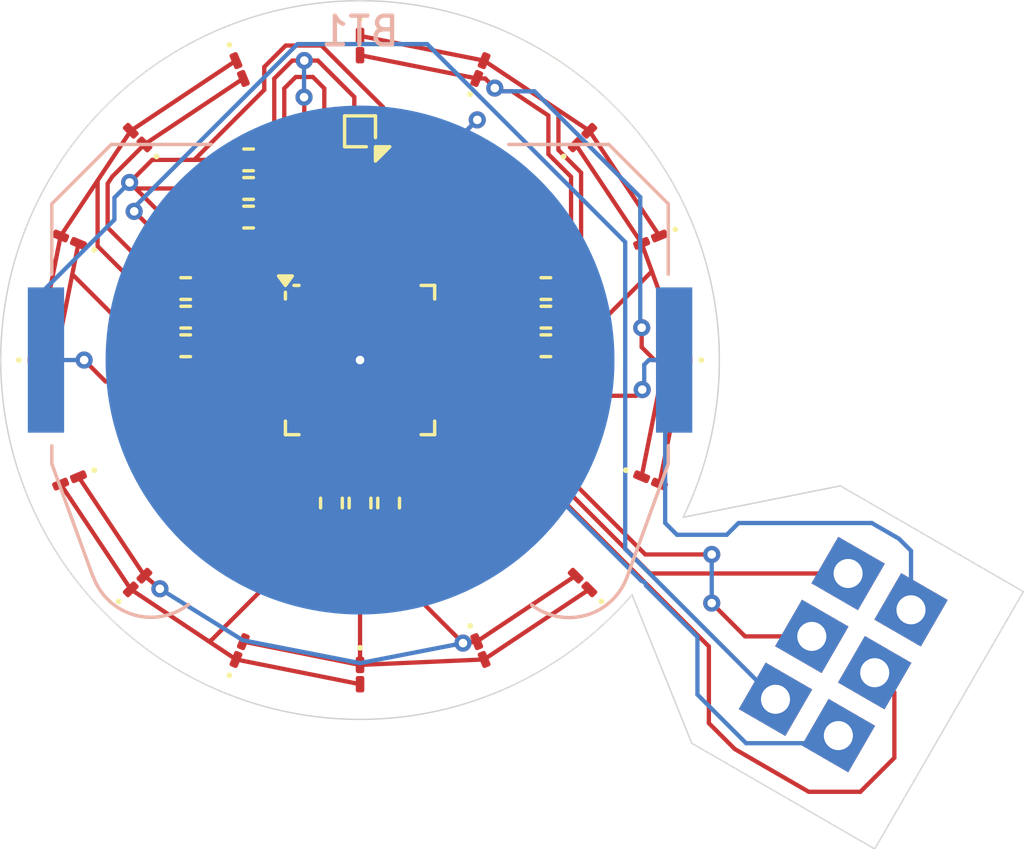
<source format=kicad_pcb>
(kicad_pcb (version 20241229) (generator "pcbnew") (generator_version "9.0")
  (layers (0 "F.Cu" signal) (2 "B.Cu" signal) (13 "F.Paste" user) (15 "B.Paste" user) (5 "F.SilkS" user "F.Silkscreen") (7 "B.SilkS" user "B.Silkscreen") (1 "F.Mask" user) (3 "B.Mask" user) (25 "Edge.Cuts" user))
  (net 0 "")
  (net 1 "GND")
  (net 2 "+3V0")
  (net 3 "Net-(D1-K)")
  (net 4 "Net-(D1-A)")
  (net 5 "Net-(D2-K)")
  (net 6 "Net-(D11-A)")
  (net 7 "Net-(D10-K)")
  (net 8 "Net-(D10-A)")
  (net 9 "Net-(D13-A)")
  (net 10 "Net-(D13-K)")
  (net 11 "Net-(D14-K)")
  (net 12 "/Reset")
  (net 13 "/Mosi")
  (net 14 "/Sck")
  (net 15 "/Miso")
  (net 16 "Net-(U2-SCL)")
  (net 17 "Net-(U2-SDA)")
  (net 18 "/CP3")
  (net 19 "/CP2")
  (net 20 "/CP1")
  (net 21 "/CP6")
  (net 22 "/CP5")
  (net 23 "/CP4")
  (net 24 "/CP9")
  (net 25 "/CP8")
  (net 26 "/CP7")
  (footprint "Package_DFN_QFN:QFN-32-1EP_5x5mm_P0.5mm_EP3.1x3.1mm" (layer "F.Cu") (at 100 100)
    (property "Reference" "U3" (hide yes))
    (property "Value" "ATmega328P-M")
    (fp_line (start -2.61 -2.135) (end -2.61 -2.37) (stroke (width 0.12)) (layer "F.SilkS"))
    (fp_line (start -2.61 2.61) (end -2.61 2.135) (stroke (width 0.12)) (layer "F.SilkS"))
    (fp_line (start -2.135 -2.61) (end -2.31 -2.61) (stroke (width 0.12)) (layer "F.SilkS"))
    (fp_line (start -2.135 2.61) (end -2.61 2.61) (stroke (width 0.12)) (layer "F.SilkS"))
    (fp_line (start 2.135 -2.61) (end 2.61 -2.61) (stroke (width 0.12)) (layer "F.SilkS"))
    (fp_line (start 2.135 2.61) (end 2.61 2.61) (stroke (width 0.12)) (layer "F.SilkS"))
    (fp_line (start 2.61 -2.61) (end 2.61 -2.135) (stroke (width 0.12)) (layer "F.SilkS"))
    (fp_line (start 2.61 2.61) (end 2.61 2.135) (stroke (width 0.12)) (layer "F.SilkS"))
    (fp_poly (pts (xy -2.61 -2.61) (xy -2.85 -2.94) (xy -2.37 -2.94)) (stroke (width 0.12)) (fill yes) (layer "F.SilkS"))
    (pad "1" smd roundrect (at -2.4375 -1.75) (size 0.875 0.25) (layers "F.Cu" "F.Mask" "F.Paste"))
    (pad "2" smd roundrect (at -2.4375 -1.25) (size 0.875 0.25) (layers "F.Cu" "F.Mask" "F.Paste"))
    (pad "3" smd roundrect (at -2.4375 -0.75) (size 0.875 0.25) (layers "F.Cu" "F.Mask" "F.Paste") (net 1 "GND"))
    (pad "4" smd roundrect (at -2.4375 -0.25) (size 0.875 0.25) (layers "F.Cu" "F.Mask" "F.Paste") (net 2 "+3V0"))
    (pad "5" smd roundrect (at -2.4375 0.25) (size 0.875 0.25) (layers "F.Cu" "F.Mask" "F.Paste") (net 1 "GND"))
    (pad "6" smd roundrect (at -2.4375 0.75) (size 0.875 0.25) (layers "F.Cu" "F.Mask" "F.Paste") (net 2 "+3V0"))
    (pad "7" smd roundrect (at -2.4375 1.25) (size 0.875 0.25) (layers "F.Cu" "F.Mask" "F.Paste"))
    (pad "8" smd roundrect (at -2.4375 1.75) (size 0.875 0.25) (layers "F.Cu" "F.Mask" "F.Paste"))
    (pad "9" smd roundrect (at -1.75 2.4375) (size 0.25 0.875) (layers "F.Cu" "F.Mask" "F.Paste") (net 20 "/CP1"))
    (pad "10" smd roundrect (at -1.25 2.4375) (size 0.25 0.875) (layers "F.Cu" "F.Mask" "F.Paste") (net 19 "/CP2"))
    (pad "11" smd roundrect (at -0.75 2.4375) (size 0.25 0.875) (layers "F.Cu" "F.Mask" "F.Paste") (net 18 "/CP3"))
    (pad "12" smd roundrect (at -0.25 2.4375) (size 0.25 0.875) (layers "F.Cu" "F.Mask" "F.Paste"))
    (pad "13" smd roundrect (at 0.25 2.4375) (size 0.25 0.875) (layers "F.Cu" "F.Mask" "F.Paste"))
    (pad "14" smd roundrect (at 0.75 2.4375) (size 0.25 0.875) (layers "F.Cu" "F.Mask" "F.Paste"))
    (pad "15" smd roundrect (at 1.25 2.4375) (size 0.25 0.875) (layers "F.Cu" "F.Mask" "F.Paste") (net 13 "/Mosi"))
    (pad "16" smd roundrect (at 1.75 2.4375) (size 0.25 0.875) (layers "F.Cu" "F.Mask" "F.Paste") (net 15 "/Miso"))
    (pad "17" smd roundrect (at 2.4375 1.75) (size 0.875 0.25) (layers "F.Cu" "F.Mask" "F.Paste") (net 14 "/Sck"))
    (pad "18" smd roundrect (at 2.4375 1.25) (size 0.875 0.25) (layers "F.Cu" "F.Mask" "F.Paste") (net 2 "+3V0"))
    (pad "19" smd roundrect (at 2.4375 0.75) (size 0.875 0.25) (layers "F.Cu" "F.Mask" "F.Paste"))
    (pad "20" smd roundrect (at 2.4375 0.25) (size 0.875 0.25) (layers "F.Cu" "F.Mask" "F.Paste"))
    (pad "21" smd roundrect (at 2.4375 -0.25) (size 0.875 0.25) (layers "F.Cu" "F.Mask" "F.Paste") (net 1 "GND"))
    (pad "22" smd roundrect (at 2.4375 -0.75) (size 0.875 0.25) (layers "F.Cu" "F.Mask" "F.Paste"))
    (pad "23" smd roundrect (at 2.4375 -1.25) (size 0.875 0.25) (layers "F.Cu" "F.Mask" "F.Paste") (net 23 "/CP4"))
    (pad "24" smd roundrect (at 2.4375 -1.75) (size 0.875 0.25) (layers "F.Cu" "F.Mask" "F.Paste") (net 22 "/CP5"))
    (pad "25" smd roundrect (at 1.75 -2.4375) (size 0.25 0.875) (layers "F.Cu" "F.Mask" "F.Paste") (net 21 "/CP6"))
    (pad "26" smd roundrect (at 1.25 -2.4375) (size 0.25 0.875) (layers "F.Cu" "F.Mask" "F.Paste"))
    (pad "27" smd roundrect (at 0.75 -2.4375) (size 0.25 0.875) (layers "F.Cu" "F.Mask" "F.Paste") (net 17 "Net-(U2-SDA)"))
    (pad "28" smd roundrect (at 0.25 -2.4375) (size 0.25 0.875) (layers "F.Cu" "F.Mask" "F.Paste") (net 16 "Net-(U2-SCL)"))
    (pad "29" smd roundrect (at -0.25 -2.4375) (size 0.25 0.875) (layers "F.Cu" "F.Mask" "F.Paste") (net 12 "/Reset"))
    (pad "30" smd roundrect (at -0.75 -2.4375) (size 0.25 0.875) (layers "F.Cu" "F.Mask" "F.Paste") (net 26 "/CP7"))
    (pad "31" smd roundrect (at -1.25 -2.4375) (size 0.25 0.875) (layers "F.Cu" "F.Mask" "F.Paste") (net 25 "/CP8"))
    (pad "32" smd roundrect (at -1.75 -2.4375) (size 0.25 0.875) (layers "F.Cu" "F.Mask" "F.Paste") (net 24 "/CP9"))
    (pad "33" smd rect (at 0 0) (size 3.1 3.1) (property pad_prop_heatsink) (layers "F.Cu" "F.Mask") (net 1 "GND"))
  )
  (footprint "LED_SMD:LED_01005_0402Metric_Pad0.57x0.30mm_HandSolder" (layer "F.Cu") (at 89.84 95.79 157.5)
    (property "Reference" "D15" (hide yes))
    (property "Value" "LED")
    (fp_circle (center -0.935 0) (end -0.885 0) (stroke (width 0.1)) (fill no) (layer "F.SilkS"))
    (pad "1" smd roundrect (at -0.3375 0 157.5) (size 0.575 0.3) (layers "F.Cu" "F.Mask") (net 9 "Net-(D13-A)"))
    (pad "2" smd roundrect (at 0.3375 0 157.5) (size 0.575 0.3) (layers "F.Cu" "F.Mask") (net 10 "Net-(D13-K)"))
  )
  (footprint "LED_SMD:LED_01005_0402Metric_Pad0.57x0.30mm_HandSolder" (layer "F.Cu") (at 104.21 110.16 -67.5)
    (property "Reference" "D3" (hide yes))
    (property "Value" "LED")
    (fp_circle (center -0.935 0) (end -0.885 0) (stroke (width 0.1)) (fill no) (layer "F.SilkS"))
    (pad "1" smd roundrect (at -0.3375 0 292.5) (size 0.575 0.3) (layers "F.Cu" "F.Mask") (net 4 "Net-(D1-A)"))
    (pad "2" smd roundrect (at 0.3375 0 292.5) (size 0.575 0.3) (layers "F.Cu" "F.Mask") (net 3 "Net-(D1-K)"))
  )
  (footprint "LED_SMD:LED_01005_0402Metric_Pad0.57x0.30mm_HandSolder" (layer "F.Cu") (at 110.16 104.21 -22.5)
    (property "Reference" "D12" (hide yes))
    (property "Value" "LED")
    (fp_circle (center -0.935 0) (end -0.885 0) (stroke (width 0.1)) (fill no) (layer "F.SilkS"))
    (pad "1" smd roundrect (at -0.3375 0 337.5) (size 0.575 0.3) (layers "F.Cu" "F.Mask") (net 6 "Net-(D11-A)"))
    (pad "2" smd roundrect (at 0.3375 0 337.5) (size 0.575 0.3) (layers "F.Cu" "F.Mask") (net 8 "Net-(D10-A)"))
  )
  (footprint "Resistor_SMD:R_0402_1005Metric_Pad0.72x0.64mm_HandSolder" (layer "F.Cu") (at 106.5 97.5 180)
    (property "Reference" "R7" (hide yes))
    (property "Value" "120Ω")
    (fp_line (start -0.167621 0.38) (end 0.167621 0.38) (stroke (width 0.12)) (layer "F.SilkS"))
    (fp_line (start -0.167621 -0.38) (end 0.167621 -0.38) (stroke (width 0.12)) (layer "F.SilkS"))
    (pad "1" smd roundrect (at -0.5975 0 180) (size 0.715 0.64) (layers "F.Cu" "F.Mask" "F.Paste") (net 6 "Net-(D11-A)"))
    (pad "2" smd roundrect (at 0.5975 0 180) (size 0.715 0.64) (layers "F.Cu" "F.Mask" "F.Paste") (net 21 "/CP6"))
  )
  (footprint "LED_SMD:LED_01005_0402Metric_Pad0.57x0.30mm_HandSolder" (layer "F.Cu") (at 89.84 104.21 -157.5)
    (property "Reference" "D6" (hide yes))
    (property "Value" "LED")
    (fp_circle (center -0.935 0) (end -0.885 0) (stroke (width 0.1)) (fill no) (layer "F.SilkS"))
    (pad "1" smd roundrect (at -0.3375 0 202.5) (size 0.575 0.3) (layers "F.Cu" "F.Mask") (net 4 "Net-(D1-A)"))
    (pad "2" smd roundrect (at 0.3375 0 202.5) (size 0.575 0.3) (layers "F.Cu" "F.Mask") (net 5 "Net-(D2-K)"))
  )
  (footprint "LED_SMD:LED_01005_0402Metric_Pad0.57x0.30mm_HandSolder" (layer "F.Cu") (at 111 100 180)
    (property "Reference" "D11" (hide yes))
    (property "Value" "LED")
    (fp_circle (center -0.935 0) (end -0.885 0) (stroke (width 0.1)) (fill no) (layer "F.SilkS"))
    (pad "1" smd roundrect (at -0.3375 0 180) (size 0.575 0.3) (layers "F.Cu" "F.Mask") (net 8 "Net-(D10-A)"))
    (pad "2" smd roundrect (at 0.3375 0 180) (size 0.575 0.3) (layers "F.Cu" "F.Mask") (net 6 "Net-(D11-A)"))
  )
  (footprint "LED_SMD:LED_01005_0402Metric_Pad0.57x0.30mm_HandSolder" (layer "F.Cu") (at 100 89 -90)
    (property "Reference" "D7" (hide yes))
    (property "Value" "LED")
    (fp_circle (center -0.935 0) (end -0.885 0) (stroke (width 0.1)) (fill no) (layer "F.SilkS"))
    (pad "1" smd roundrect (at -0.3375 0 270) (size 0.575 0.3) (layers "F.Cu" "F.Mask") (net 7 "Net-(D10-K)"))
    (pad "2" smd roundrect (at 0.3375 0 270) (size 0.575 0.3) (layers "F.Cu" "F.Mask") (net 6 "Net-(D11-A)"))
  )
  (footprint "LED_SMD:LED_01005_0402Metric_Pad0.57x0.30mm_HandSolder" (layer "F.Cu") (at 89 100)
    (property "Reference" "D13" (hide yes))
    (property "Value" "LED")
    (fp_circle (center -0.935 0) (end -0.885 0) (stroke (width 0.1)) (fill no) (layer "F.SilkS"))
    (pad "1" smd roundrect (at -0.3375 0) (size 0.575 0.3) (layers "F.Cu" "F.Mask") (net 10 "Net-(D13-K)"))
    (pad "2" smd roundrect (at 0.3375 0) (size 0.575 0.3) (layers "F.Cu" "F.Mask") (net 9 "Net-(D13-A)"))
  )
  (footprint "LED_SMD:LED_01005_0402Metric_Pad0.57x0.30mm_HandSolder" (layer "F.Cu") (at 107.78 92.22 45)
    (property "Reference" "D8" (hide yes))
    (property "Value" "LED")
    (fp_circle (center -0.935 0) (end -0.885001 0) (stroke (width 0.1)) (fill no) (layer "F.SilkS"))
    (pad "1" smd roundrect (at -0.337501 0 45) (size 0.575 0.3) (layers "F.Cu" "F.Mask") (net 8 "Net-(D10-A)"))
    (pad "2" smd roundrect (at 0.337501 0 45) (size 0.575 0.3) (layers "F.Cu" "F.Mask") (net 7 "Net-(D10-K)"))
  )
  (footprint "Resistor_SMD:R_0402_1005Metric_Pad0.72x0.64mm_HandSolder" (layer "F.Cu") (at 96.1025 94 180)
    (property "Reference" "R1" (hide yes))
    (property "Value" "10KΩ")
    (fp_line (start -0.167621 0.38) (end 0.167621 0.38) (stroke (width 0.12)) (layer "F.SilkS"))
    (fp_line (start -0.167621 -0.38) (end 0.167621 -0.38) (stroke (width 0.12)) (layer "F.SilkS"))
    (pad "1" smd roundrect (at -0.5975 0 180) (size 0.715 0.64) (layers "F.Cu" "F.Mask" "F.Paste") (net 16 "Net-(U2-SCL)"))
    (pad "2" smd roundrect (at 0.5975 0 180) (size 0.715 0.64) (layers "F.Cu" "F.Mask" "F.Paste") (net 2 "+3V0"))
  )
  (footprint "Resistor_SMD:R_0402_1005Metric_Pad0.72x0.64mm_HandSolder" (layer "F.Cu") (at 100 105 90)
    (property "Reference" "R5" (hide yes))
    (property "Value" "120Ω")
    (fp_line (start -0.167621 -0.38) (end 0.167621 -0.38) (stroke (width 0.12)) (layer "F.SilkS"))
    (fp_line (start -0.167621 0.38) (end 0.167621 0.38) (stroke (width 0.12)) (layer "F.SilkS"))
    (pad "1" smd roundrect (at -0.5975 0 90) (size 0.715 0.64) (layers "F.Cu" "F.Mask" "F.Paste") (net 3 "Net-(D1-K)"))
    (pad "2" smd roundrect (at 0.5975 0 90) (size 0.715 0.64) (layers "F.Cu" "F.Mask" "F.Paste") (net 19 "/CP2"))
  )
  (footprint "Resistor_SMD:R_0402_1005Metric_Pad0.72x0.64mm_HandSolder" (layer "F.Cu") (at 93.9025 99.5)
    (property "Reference" "R10" (hide yes))
    (property "Value" "120Ω")
    (fp_line (start -0.167621 -0.38) (end 0.167621 -0.38) (stroke (width 0.12)) (layer "F.SilkS"))
    (fp_line (start -0.167621 0.38) (end 0.167621 0.38) (stroke (width 0.12)) (layer "F.SilkS"))
    (pad "1" smd roundrect (at -0.5975 0) (size 0.715 0.64) (layers "F.Cu" "F.Mask" "F.Paste") (net 9 "Net-(D13-A)"))
    (pad "2" smd roundrect (at 0.5975 0) (size 0.715 0.64) (layers "F.Cu" "F.Mask" "F.Paste") (net 24 "/CP9"))
  )
  (footprint "LED_SMD:LED_01005_0402Metric_Pad0.57x0.30mm_HandSolder" (layer "F.Cu") (at 92.22 107.78 45)
    (property "Reference" "D5" (hide yes))
    (property "Value" "LED")
    (fp_circle (center -0.935 0) (end -0.885001 0) (stroke (width 0.1)) (fill no) (layer "F.SilkS"))
    (pad "1" smd roundrect (at -0.337501 0 45) (size 0.575 0.3) (layers "F.Cu" "F.Mask") (net 5 "Net-(D2-K)"))
    (pad "2" smd roundrect (at 0.337501 0 45) (size 0.575 0.3) (layers "F.Cu" "F.Mask") (net 4 "Net-(D1-A)"))
  )
  (footprint "Package_BGA:WLP-4_0.86x0.86mm_P0.4mm" (layer "F.Cu") (at 100 92 180)
    (property "Reference" "U2" (hide yes))
    (property "Value" "MMC5633NJL" (hide yes))
    (fp_line (start 0.54 0.54) (end 0.54 -0.54) (stroke (width 0.12)) (layer "F.SilkS"))
    (fp_line (start -0.22 -0.54) (end 0.54 -0.54) (stroke (width 0.12)) (layer "F.SilkS"))
    (fp_line (start -0.54 0.54) (end 0.54 0.54) (stroke (width 0.12)) (layer "F.SilkS"))
    (fp_line (start -0.54 -0.22) (end -0.54 0.54) (stroke (width 0.12)) (layer "F.SilkS"))
    (fp_poly (pts (xy -0.54 -0.54) (xy -1.04 -0.54) (xy -0.54 -1.04) (xy -0.54 -0.54)) (stroke (width 0.12)) (fill yes) (layer "F.SilkS"))
    (pad "A1" smd circle (at -0.2 -0.2 180) (size 0.25 0.25) (property pad_prop_bga) (layers "F.Cu" "F.Mask" "F.Paste") (net 1 "GND"))
    (pad "A2" smd circle (at 0.2 -0.2 180) (size 0.25 0.25) (property pad_prop_bga) (layers "F.Cu" "F.Mask" "F.Paste") (net 16 "Net-(U2-SCL)"))
    (pad "B1" smd circle (at -0.2 0.2 180) (size 0.25 0.25) (property pad_prop_bga) (layers "F.Cu" "F.Mask" "F.Paste") (net 2 "+3V0"))
    (pad "B2" smd circle (at 0.2 0.2 180) (size 0.25 0.25) (property pad_prop_bga) (layers "F.Cu" "F.Mask" "F.Paste") (net 17 "Net-(U2-SDA)"))
  )
  (footprint "LED_SMD:LED_01005_0402Metric_Pad0.57x0.30mm_HandSolder" (layer "F.Cu") (at 107.78 107.78 135)
    (property "Reference" "D1" (hide yes))
    (property "Value" "LED")
    (fp_circle (center -0.935 0) (end -0.885001 0) (stroke (width 0.1)) (fill no) (layer "F.SilkS"))
    (pad "1" smd roundrect (at -0.337501 0 135) (size 0.575 0.3) (layers "F.Cu" "F.Mask") (net 3 "Net-(D1-K)"))
    (pad "2" smd roundrect (at 0.337501 0 135) (size 0.575 0.3) (layers "F.Cu" "F.Mask") (net 4 "Net-(D1-A)"))
  )
  (footprint "Resistor_SMD:R_0402_1005Metric_Pad0.72x0.64mm_HandSolder" (layer "F.Cu") (at 106.5 98.5 180)
    (property "Reference" "R8" (hide yes))
    (property "Value" "120Ω")
    (fp_line (start -0.167621 0.38) (end 0.167621 0.38) (stroke (width 0.12)) (layer "F.SilkS"))
    (fp_line (start -0.167621 -0.38) (end 0.167621 -0.38) (stroke (width 0.12)) (layer "F.SilkS"))
    (pad "1" smd roundrect (at -0.5975 0 180) (size 0.715 0.64) (layers "F.Cu" "F.Mask" "F.Paste") (net 7 "Net-(D10-K)"))
    (pad "2" smd roundrect (at 0.5975 0 180) (size 0.715 0.64) (layers "F.Cu" "F.Mask" "F.Paste") (net 22 "/CP5"))
  )
  (footprint "Resistor_SMD:R_0402_1005Metric_Pad0.72x0.64mm_HandSolder" (layer "F.Cu") (at 93.9025 98.5)
    (property "Reference" "R11" (hide yes))
    (property "Value" "120Ω")
    (fp_line (start -0.167621 -0.38) (end 0.167621 -0.38) (stroke (width 0.12)) (layer "F.SilkS"))
    (fp_line (start -0.167621 0.38) (end 0.167621 0.38) (stroke (width 0.12)) (layer "F.SilkS"))
    (pad "1" smd roundrect (at -0.5975 0) (size 0.715 0.64) (layers "F.Cu" "F.Mask" "F.Paste") (net 10 "Net-(D13-K)"))
    (pad "2" smd roundrect (at 0.5975 0) (size 0.715 0.64) (layers "F.Cu" "F.Mask" "F.Paste") (net 25 "/CP8"))
  )
  (footprint "LED_SMD:LED_01005_0402Metric_Pad0.57x0.30mm_HandSolder" (layer "F.Cu") (at 100 111 -90)
    (property "Reference" "D4" (hide yes))
    (property "Value" "LED")
    (fp_circle (center -0.935 0) (end -0.885 0) (stroke (width 0.1)) (fill no) (layer "F.SilkS"))
    (pad "1" smd roundrect (at -0.3375 0 270) (size 0.575 0.3) (layers "F.Cu" "F.Mask") (net 3 "Net-(D1-K)"))
    (pad "2" smd roundrect (at 0.3375 0 270) (size 0.575 0.3) (layers "F.Cu" "F.Mask") (net 5 "Net-(D2-K)"))
  )
  (footprint "LED_SMD:LED_01005_0402Metric_Pad0.57x0.30mm_HandSolder" (layer "F.Cu") (at 92.22 92.22 135)
    (property "Reference" "D14" (hide yes))
    (property "Value" "LED")
    (fp_circle (center -0.935 0) (end -0.885001 0) (stroke (width 0.1)) (fill no) (layer "F.SilkS"))
    (pad "1" smd roundrect (at -0.337501 0 135) (size 0.575 0.3) (layers "F.Cu" "F.Mask") (net 11 "Net-(D14-K)"))
    (pad "2" smd roundrect (at 0.337501 0 135) (size 0.575 0.3) (layers "F.Cu" "F.Mask") (net 10 "Net-(D13-K)"))
  )
  (footprint "Resistor_SMD:R_0402_1005Metric_Pad0.72x0.64mm_HandSolder" (layer "F.Cu") (at 93.9025 97.5)
    (property "Reference" "R12" (hide yes))
    (property "Value" "120Ω")
    (fp_line (start -0.167621 -0.38) (end 0.167621 -0.38) (stroke (width 0.12)) (layer "F.SilkS"))
    (fp_line (start -0.167621 0.38) (end 0.167621 0.38) (stroke (width 0.12)) (layer "F.SilkS"))
    (pad "1" smd roundrect (at -0.5975 0) (size 0.715 0.64) (layers "F.Cu" "F.Mask" "F.Paste") (net 11 "Net-(D14-K)"))
    (pad "2" smd roundrect (at 0.5975 0) (size 0.715 0.64) (layers "F.Cu" "F.Mask" "F.Paste") (net 26 "/CP7"))
  )
  (footprint "Resistor_SMD:R_0402_1005Metric_Pad0.72x0.64mm_HandSolder" (layer "F.Cu") (at 99 105 90)
    (property "Reference" "R6" (hide yes))
    (property "Value" "120Ω")
    (fp_line (start -0.167621 -0.38) (end 0.167621 -0.38) (stroke (width 0.12)) (layer "F.SilkS"))
    (fp_line (start -0.167621 0.38) (end 0.167621 0.38) (stroke (width 0.12)) (layer "F.SilkS"))
    (pad "1" smd roundrect (at -0.5975 0 90) (size 0.715 0.64) (layers "F.Cu" "F.Mask" "F.Paste") (net 5 "Net-(D2-K)"))
    (pad "2" smd roundrect (at 0.5975 0 90) (size 0.715 0.64) (layers "F.Cu" "F.Mask" "F.Paste") (net 20 "/CP1"))
  )
  (footprint "LED_SMD:LED_01005_0402Metric_Pad0.57x0.30mm_HandSolder" (layer "F.Cu") (at 104.21 89.84 67.5)
    (property "Reference" "D9" (hide yes))
    (property "Value" "LED")
    (fp_circle (center -0.935 0) (end -0.884999 0.000001) (stroke (width 0.1)) (fill no) (layer "F.SilkS"))
    (pad "1" smd roundrect (at -0.337499 0 67.5) (size 0.575 0.3) (layers "F.Cu" "F.Mask") (net 6 "Net-(D11-A)"))
    (pad "2" smd roundrect (at 0.337499 0 67.5) (size 0.575 0.3) (layers "F.Cu" "F.Mask") (net 7 "Net-(D10-K)"))
  )
  (footprint "LED_SMD:LED_01005_0402Metric_Pad0.57x0.30mm_HandSolder" (layer "F.Cu") (at 110.16 95.79 -157.5)
    (property "Reference" "D10" (hide yes))
    (property "Value" "LED")
    (fp_circle (center -0.935 0) (end -0.885 0) (stroke (width 0.1)) (fill no) (layer "F.SilkS"))
    (pad "1" smd roundrect (at -0.3375 0 202.5) (size 0.575 0.3) (layers "F.Cu" "F.Mask") (net 7 "Net-(D10-K)"))
    (pad "2" smd roundrect (at 0.3375 0 202.5) (size 0.575 0.3) (layers "F.Cu" "F.Mask") (net 8 "Net-(D10-A)"))
  )
  (footprint "Resistor_SMD:R_0402_1005Metric_Pad0.72x0.64mm_HandSolder" (layer "F.Cu") (at 101 105 90)
    (property "Reference" "R4" (hide yes))
    (property "Value" "120Ω")
    (fp_line (start -0.167621 -0.38) (end 0.167621 -0.38) (stroke (width 0.12)) (layer "F.SilkS"))
    (fp_line (start -0.167621 0.38) (end 0.167621 0.38) (stroke (width 0.12)) (layer "F.SilkS"))
    (pad "1" smd roundrect (at -0.5975 0 90) (size 0.715 0.64) (layers "F.Cu" "F.Mask" "F.Paste") (net 4 "Net-(D1-A)"))
    (pad "2" smd roundrect (at 0.5975 0 90) (size 0.715 0.64) (layers "F.Cu" "F.Mask" "F.Paste") (net 18 "/CP3"))
  )
  (footprint "LED_SMD:LED_01005_0402Metric_Pad0.57x0.30mm_HandSolder" (layer "F.Cu") (at 95.79 89.84 -67.5)
    (property "Reference" "D16" (hide yes))
    (property "Value" "LED")
    (fp_circle (center -0.935 0) (end -0.885 0) (stroke (width 0.1)) (fill no) (layer "F.SilkS"))
    (pad "1" smd roundrect (at -0.3375 0 292.5) (size 0.575 0.3) (layers "F.Cu" "F.Mask") (net 10 "Net-(D13-K)"))
    (pad "2" smd roundrect (at 0.3375 0 292.5) (size 0.575 0.3) (layers "F.Cu" "F.Mask") (net 11 "Net-(D14-K)"))
  )
  (footprint "Resistor_SMD:R_0402_1005Metric_Pad0.72x0.64mm_HandSolder" (layer "F.Cu") (at 96.1025 93 180)
    (property "Reference" "R2" (hide yes))
    (property "Value" "10KΩ")
    (fp_line (start -0.167621 0.38) (end 0.167621 0.38) (stroke (width 0.12)) (layer "F.SilkS"))
    (fp_line (start -0.167621 -0.38) (end 0.167621 -0.38) (stroke (width 0.12)) (layer "F.SilkS"))
    (pad "1" smd roundrect (at -0.5975 0 180) (size 0.715 0.64) (layers "F.Cu" "F.Mask" "F.Paste") (net 17 "Net-(U2-SDA)"))
    (pad "2" smd roundrect (at 0.5975 0 180) (size 0.715 0.64) (layers "F.Cu" "F.Mask" "F.Paste") (net 2 "+3V0"))
  )
  (footprint "LED_SMD:LED_01005_0402Metric_Pad0.57x0.30mm_HandSolder" (layer "F.Cu") (at 95.79 110.16 67.5)
    (property "Reference" "D2" (hide yes))
    (property "Value" "LED")
    (fp_circle (center -0.935 0) (end -0.885 0) (stroke (width 0.1)) (fill no) (layer "F.SilkS"))
    (pad "1" smd roundrect (at -0.3375 0 67.5) (size 0.575 0.3) (layers "F.Cu" "F.Mask") (net 5 "Net-(D2-K)"))
    (pad "2" smd roundrect (at 0.3375 0 67.5) (size 0.575 0.3) (layers "F.Cu" "F.Mask") (net 3 "Net-(D1-K)"))
  )
  (footprint "Resistor_SMD:R_0402_1005Metric_Pad0.72x0.64mm_HandSolder" (layer "F.Cu") (at 106.5 99.5 180)
    (property "Reference" "R9" (hide yes))
    (property "Value" "120Ω")
    (fp_line (start -0.167621 0.38) (end 0.167621 0.38) (stroke (width 0.12)) (layer "F.SilkS"))
    (fp_line (start -0.167621 -0.38) (end 0.167621 -0.38) (stroke (width 0.12)) (layer "F.SilkS"))
    (pad "1" smd roundrect (at -0.5975 0 180) (size 0.715 0.64) (layers "F.Cu" "F.Mask" "F.Paste") (net 8 "Net-(D10-A)"))
    (pad "2" smd roundrect (at 0.5975 0 180) (size 0.715 0.64) (layers "F.Cu" "F.Mask" "F.Paste") (net 23 "/CP4"))
  )
  (footprint "Custom Library:2X3-NS" (layer "F.Cu") (at 116.9 110.3 -120)
    (property "Reference" "J1" (hide yes))
    (property "Value" "AVR_SPI_PRG_6NS")
    (pad "1" thru_hole rect (at -2.540001 1.27 240) (size 1.8796 1.8796) (drill 1.016) (layers "*.Cu" "*.Mask") (net 15 "/Miso"))
    (pad "2" thru_hole rect (at -2.54 -1.27 240) (size 1.8796 1.8796) (drill 1.016) (layers "*.Cu" "*.Mask") (net 2 "+3V0"))
    (pad "3" thru_hole rect (at 0 1.270001 240) (size 1.8796 1.8796) (drill 1.016) (layers "*.Cu" "*.Mask") (net 14 "/Sck"))
    (pad "4" thru_hole rect (at 0 -1.270001 240) (size 1.8796 1.8796) (drill 1.016) (layers "*.Cu" "*.Mask") (net 13 "/Mosi"))
    (pad "5" thru_hole rect (at 2.54 1.27 240) (size 1.8796 1.8796) (drill 1.016) (layers "*.Cu" "*.Mask") (net 12 "/Reset"))
    (pad "6" thru_hole rect (at 2.540001 -1.27 240) (size 1.8796 1.8796) (drill 1.016) (layers "*.Cu" "*.Mask") (net 1 "GND"))
  )
  (footprint "Resistor_SMD:R_0402_1005Metric_Pad0.72x0.64mm_HandSolder" (layer "F.Cu") (at 96.1025 95 180)
    (property "Reference" "R3" (hide yes))
    (property "Value" "10KΩ")
    (fp_line (start -0.167621 0.38) (end 0.167621 0.38) (stroke (width 0.12)) (layer "F.SilkS"))
    (fp_line (start -0.167621 -0.38) (end 0.167621 -0.38) (stroke (width 0.12)) (layer "F.SilkS"))
    (pad "1" smd roundrect (at -0.5975 0 180) (size 0.715 0.64) (layers "F.Cu" "F.Mask" "F.Paste") (net 12 "/Reset"))
    (pad "2" smd roundrect (at 0.5975 0 180) (size 0.715 0.64) (layers "F.Cu" "F.Mask" "F.Paste") (net 2 "+3V0"))
  )
  (footprint "Capacitor_SMD:C_01005_0402Metric_Pad0.57x0.30mm_HandSolder" (layer "F.Cu") (at 102.4 92)
    (property "Reference" "C1" (hide yes))
    (property "Value" "2.2µF")
    (pad "1" smd roundrect (at -0.3375 0) (size 0.575 0.3) (layers "F.Cu" "F.Mask") (net 2 "+3V0"))
    (pad "2" smd roundrect (at 0.3375 0) (size 0.575 0.3) (layers "F.Cu" "F.Mask") (net 1 "GND"))
  )
  (footprint "Battery:BatteryHolder_Keystone_3034_1x20mm" (layer "B.Cu") (at 100 100 180)
    (property "Reference" "BT1" (at 0 11.5 0) (layer "B.SilkS") (effects (justify mirror)))
    (property "Value" "Battery_Cell")
    (fp_line (start 10.78 5.46) (end 10.78 3) (stroke (width 0.12)) (layer "B.SilkS"))
    (fp_line (start 10.78 -3) (end 10.78 -3.63) (stroke (width 0.12)) (layer "B.SilkS"))
    (fp_line (start 10.78 -3.63) (end 9.34 -7.58) (stroke (width 0.12)) (layer "B.SilkS"))
    (fp_line (start 8.7 7.54) (end 10.78 5.46) (stroke (width 0.12)) (layer "B.SilkS"))
    (fp_line (start 8.7 7.54) (end 5.2 7.54) (stroke (width 0.12)) (layer "B.SilkS"))
    (fp_line (start -5.2 7.54) (end -8.7 7.54) (stroke (width 0.12)) (layer "B.SilkS"))
    (fp_line (start -8.7 7.54) (end -10.78 5.46) (stroke (width 0.12)) (layer "B.SilkS"))
    (fp_line (start -10.78 5.46) (end -10.78 3) (stroke (width 0.12)) (layer "B.SilkS"))
    (fp_line (start -10.78 -3) (end -10.78 -3.63) (stroke (width 0.12)) (layer "B.SilkS"))
    (fp_line (start -10.78 -3.63) (end -9.34 -7.58) (stroke (width 0.12)) (layer "B.SilkS"))
    (fp_arc (start 6 -8.55) (mid 7.90634 -8.911669) (end 9.325243 -7.588169) (stroke (width 0.12)) (layer "B.SilkS"))
    (fp_arc (start -9.34 -7.58) (mid -7.921654 -8.918738) (end -6.003354 -8.56653) (stroke (width 0.12)) (layer "B.SilkS"))
    (pad "1" smd rect (at -10.985 0 180) (size 1.27 5.08) (layers "B.Cu" "B.Mask" "B.Paste") (net 2 "+3V0"))
    (pad "1" smd rect (at 10.985 0 180) (size 1.27 5.08) (layers "B.Cu" "B.Mask" "B.Paste") (net 2 "+3V0"))
    (pad "2" smd circle (at 0 0 180) (size 17.8 17.8) (layers "B.Cu" "B.Mask") (net 1 "GND"))
  )
  (gr_line (start 118 117.1) (end 111.6 113.4) (stroke (width 0.05)) (layer "Edge.Cuts"))
  (gr_arc (start 109.513562 108.211707) (mid 89.505267 93.086205) (end 111.3 105.5) (stroke (width 0.05)) (layer "Edge.Cuts"))
  (gr_line (start 111.6 113.4) (end 109.51356 108.211707) (stroke (width 0.05)) (layer "Edge.Cuts"))
  (gr_line (start 111.3 105.499997) (end 116.8 104.4) (stroke (width 0.05)) (layer "Edge.Cuts"))
  (gr_line (start 123.2 108.1) (end 118 117.1) (stroke (width 0.05)) (layer "Edge.Cuts"))
  (gr_line (start 116.8 104.4) (end 123.2 108.1) (stroke (width 0.05)) (layer "Edge.Cuts"))
  (segment (start 100.25 99.75) (end 100 100) (width 0.15) (layer "F.Cu") (net 1))
  (segment (start 99.25 99.25) (end 100 100) (width 0.15) (layer "F.Cu") (net 1))
  (segment (start 102.4375 99.75) (end 100.25 99.75) (width 0.15) (layer "F.Cu") (net 1))
  (segment (start 102.7375 92) (end 103.7 92) (width 0.15) (layer "F.Cu") (net 1))
  (segment (start 97.5625 99.25) (end 99.25 99.25) (width 0.15) (layer "F.Cu") (net 1))
  (segment (start 97.5625 100.25) (end 99.75 100.25) (width 0.15) (layer "F.Cu") (net 1))
  (segment (start 99.75 100.25) (end 100 100) (width 0.15) (layer "F.Cu") (net 1))
  (segment (start 103 92.7) (end 104.1 91.6) (width 0.15) (layer "F.Cu") (net 1))
  (segment (start 100.7 92.7) (end 103 92.7) (width 0.15) (layer "F.Cu") (net 1))
  (segment (start 103.7 92) (end 104.1 91.6) (width 0.15) (layer "F.Cu") (net 1))
  (segment (start 100.2 92.2) (end 100.7 92.7) (width 0.15) (layer "F.Cu") (net 1))
  (via (at 104.1 91.6) (size 0.6) (drill 0.3) (layers "F.Cu" "B.Cu") (net 1))
  (via (at 100 100) (size 0.6) (drill 0.3) (layers "F.Cu" "B.Cu") (net 1))
  (segment (start 110.004721 107.889261) (end 109.958949 107.775441) (width 0.15) (layer "B.Cu") (net 1))
  (segment (start 116.464557 113.4) (end 113.5 113.4) (width 0.15) (layer "B.Cu") (net 1))
  (segment (start 109.840318 107.724858) (end 102.11546 100) (width 0.15) (layer "B.Cu") (net 1))
  (segment (start 104.1 91.6) (end 100 95.7) (width 0.15) (layer "B.Cu") (net 1))
  (segment (start 109.958949 107.775441) (end 109.840318 107.724858) (width 0.15) (layer "B.Cu") (net 1))
  (segment (start 100 95.7) (end 100 100) (width 0.15) (layer "B.Cu") (net 1))
  (segment (start 116.729852 113.134705) (end 116.464557 113.4) (width 0.15) (layer "B.Cu") (net 1))
  (segment (start 113.5 113.4) (end 111.8 111.7) (width 0.15) (layer "B.Cu") (net 1))
  (segment (start 111.8 109.68454) (end 110.004721 107.889261) (width 0.15) (layer "B.Cu") (net 1))
  (segment (start 111.8 111.7) (end 111.8 109.68454) (width 0.15) (layer "B.Cu") (net 1))
  (segment (start 102.11546 100) (end 100 100) (width 0.15) (layer "B.Cu") (net 1))
  (segment (start 91.941398 93.789074) (end 93.152324 95) (width 0.15) (layer "F.Cu") (net 2))
  (segment (start 95.7 100.75) (end 97.5625 100.75) (width 0.15) (layer "F.Cu") (net 2))
  (segment (start 97.5625 99.75) (end 96.7 99.75) (width 0.15) (layer "F.Cu") (net 2))
  (segment (start 90.35 100) (end 91.1 100.75) (width 0.15) (layer "F.Cu") (net 2))
  (segment (start 100.2 91.8) (end 100.8 91.8) (width 0.15) (layer "F.Cu") (net 2))
  (segment (start 100.8 91.8) (end 100.8 91.15) (width 0.15) (layer "F.Cu") (net 2))
  (segment (start 96.65 90.55) (end 94.2 93) (width 0.15) (layer "F.Cu") (net 2))
  (segment (start 98.176 100.926001) (end 98.176 101.628) (width 0.15) (layer "F.Cu") (net 2))
  (segment (start 96.7 99.75) (end 95.7 100.75) (width 0.15) (layer "F.Cu") (net 2))
  (segment (start 97.4 89) (end 96.65 89.75) (width 0.15) (layer "F.Cu") (net 2))
  (segment (start 94.1 93) (end 92.730472 93) (width 0.15) (layer "F.Cu") (net 2))
  (segment (start 97.5625 100.75) (end 97.999999 100.75) (width 0.15) (layer "F.Cu") (net 2))
  (segment (start 101.610978 101.8) (end 102.160978 101.25) (width 0.15) (layer "F.Cu") (net 2))
  (segment (start 95.505 94) (end 92.152324 94) (width 0.15) (layer "F.Cu") (net 2))
  (segment (start 94.2 93) (end 94.1 93) (width 0.15) (layer "F.Cu") (net 2))
  (segment (start 95.505 93) (end 94.1 93) (width 0.15) (layer "F.Cu") (net 2))
  (segment (start 91.1 100.75) (end 95.7 100.75) (width 0.15) (layer "F.Cu") (net 2))
  (segment (start 109.653924 101.25) (end 109.869812 101.034112) (width 0.15) (layer "F.Cu") (net 2))
  (segment (start 98.176 101.628) (end 98.348 101.8) (width 0.15) (layer "F.Cu") (net 2))
  (segment (start 102.160978 101.25) (end 102.4375 101.25) (width 0.15) (layer "F.Cu") (net 2))
  (segment (start 101.8625 91.8) (end 102.0625 92) (width 0.15) (layer "F.Cu") (net 2))
  (segment (start 100.8 91.15) (end 98.65 89) (width 0.15) (layer "F.Cu") (net 2))
  (segment (start 102.4375 101.25) (end 109.653924 101.25) (width 0.15) (layer "F.Cu") (net 2))
  (segment (start 92.730472 93) (end 91.941398 93.789074) (width 0.15) (layer "F.Cu") (net 2))
  (segment (start 96.65 89.75) (end 96.65 90.55) (width 0.15) (layer "F.Cu") (net 2))
  (segment (start 98.348 101.8) (end 101.610978 101.8) (width 0.15) (layer "F.Cu") (net 2))
  (segment (start 95.505 95) (end 93.152324 95) (width 0.15) (layer "F.Cu") (net 2))
  (segment (start 100.8 91.8) (end 101.8625 91.8) (width 0.15) (layer "F.Cu") (net 2))
  (segment (start 92.152324 94) (end 91.941398 93.789074) (width 0.15) (layer "F.Cu") (net 2))
  (segment (start 98.65 89) (end 97.4 89) (width 0.15) (layer "F.Cu") (net 2))
  (segment (start 97.999999 100.75) (end 98.176 100.926001) (width 0.15) (layer "F.Cu") (net 2))
  (via (at 90.35 100) (size 0.6) (drill 0.3) (layers "F.Cu" "B.Cu") (net 2))
  (via (at 109.869812 101.034112) (size 0.6) (drill 0.3) (layers "F.Cu" "B.Cu") (net 2))
  (via (at 91.941398 93.789074) (size 0.6) (drill 0.3) (layers "F.Cu" "B.Cu") (net 2))
  (segment (start 110.671802 105.697824) (end 110.671802 100.313198) (width 0.15) (layer "B.Cu") (net 2))
  (segment (start 118.851154 106.251154) (end 117.897806 105.7) (width 0.15) (layer "B.Cu") (net 2))
  (segment (start 89.015 97.485) (end 89.015 100) (width 0.15) (layer "B.Cu") (net 2))
  (segment (start 119.269852 106.669852) (end 118.851154 106.251154) (width 0.15) (layer "B.Cu") (net 2))
  (segment (start 112.825425 106.111603) (end 111.085581 106.111603) (width 0.15) (layer "B.Cu") (net 2))
  (segment (start 109.938915 100.965009) (end 109.938915 100.161085) (width 0.15) (layer "B.Cu") (net 2))
  (segment (start 91.941398 93.789074) (end 91.409735 94.320737) (width 0.15) (layer "B.Cu") (net 2))
  (segment (start 109.869812 101.034112) (end 109.938915 100.965009) (width 0.15) (layer "B.Cu") (net 2))
  (segment (start 91.409735 94.320737) (end 91.409735 95.090265) (width 0.15) (layer "B.Cu") (net 2))
  (segment (start 89.015 100) (end 90.35 100) (width 0.15) (layer "B.Cu") (net 2))
  (segment (start 110.671802 105.697824) (end 111.085581 106.111603) (width 0.15) (layer "B.Cu") (net 2))
  (segment (start 109.938915 100.161085) (end 110.1 100) (width 0.15) (layer "B.Cu") (net 2))
  (segment (start 113.237028 105.7) (end 112.825425 106.111603) (width 0.15) (layer "B.Cu") (net 2))
  (segment (start 110.1 100) (end 110.985 100) (width 0.15) (layer "B.Cu") (net 2))
  (segment (start 119.269852 108.735295) (end 119.269852 106.669852) (width 0.15) (layer "B.Cu") (net 2))
  (segment (start 110.671802 100.313198) (end 110.985 100) (width 0.15) (layer "B.Cu") (net 2))
  (segment (start 91.409735 95.090265) (end 89.015 97.485) (width 0.15) (layer "B.Cu") (net 2))
  (segment (start 117.897806 105.7) (end 113.237028 105.7) (width 0.15) (layer "B.Cu") (net 2))
  (segment (start 100 110.6625) (end 104.339156 110.471809) (width 0.15) (layer "F.Cu") (net 3))
  (segment (start 100 105.5975) (end 100 110.6625) (width 0.15) (layer "F.Cu") (net 3))
  (segment (start 100 110.6625) (end 95.919156 109.848191) (width 0.15) (layer "F.Cu") (net 3))
  (segment (start 104.339156 110.471809) (end 108.018649 108.018649) (width 0.15) (layer "F.Cu") (net 3))
  (segment (start 92.458649 107.541351) (end 90.151809 104.080844) (width 0.15) (layer "F.Cu") (net 4))
  (segment (start 104.080844 109.848191) (end 107.541351 107.541351) (width 0.15) (layer "F.Cu") (net 4))
  (segment (start 104.080844 109.848191) (end 103.6 109.9) (width 0.15) (layer "F.Cu") (net 4))
  (segment (start 101 105.5975) (end 101 107.3) (width 0.15) (layer "F.Cu") (net 4))
  (segment (start 93 108) (end 92.458649 107.541351) (width 0.15) (layer "F.Cu") (net 4))
  (segment (start 101 107.3) (end 103.6 109.9) (width 0.15) (layer "F.Cu") (net 4))
  (via (at 103.6 109.9) (size 0.6) (drill 0.3) (layers "F.Cu" "B.Cu") (net 4))
  (via (at 93 108) (size 0.6) (drill 0.3) (layers "F.Cu" "B.Cu") (net 4))
  (segment (start 103.6 109.9) (end 100 110.6) (width 0.15) (layer "B.Cu") (net 4))
  (segment (start 100 110.6) (end 95.9 109.8) (width 0.15) (layer "B.Cu") (net 4))
  (segment (start 95.9 109.8) (end 93 108) (width 0.15) (layer "B.Cu") (net 4))
  (segment (start 99 105.5975) (end 94.778778 109.818722) (width 0.15) (layer "F.Cu") (net 5))
  (segment (start 94.681278 109.818722) (end 95.660844 110.471809) (width 0.15) (layer "F.Cu") (net 5))
  (segment (start 91.981351 108.018649) (end 93.841301 109.258699) (width 0.15) (layer "F.Cu") (net 5))
  (segment (start 94.778778 109.818722) (end 94.681278 109.818722) (width 0.15) (layer "F.Cu") (net 5))
  (segment (start 93.841301 109.258699) (end 94.681278 109.818722) (width 0.15) (layer "F.Cu") (net 5))
  (segment (start 95.660844 110.471809) (end 100 111.3375) (width 0.15) (layer "F.Cu") (net 5))
  (segment (start 89.528191 104.339156) (end 91.981351 108.018649) (width 0.15) (layer "F.Cu") (net 5))
  (segment (start 106.587678 91.449165) (end 106.587678 92.798274) (width 0.15) (layer "F.Cu") (net 6))
  (segment (start 109.848191 104.080844) (end 110.6625 100) (width 0.15) (layer "F.Cu") (net 6))
  (segment (start 104.37506 90.151809) (end 104.080845 90.151809) (width 0.15) (layer "F.Cu") (net 6))
  (segment (start 106.587678 92.798274) (end 107.38 93.590596) (width 0.15) (layer "F.Cu") (net 6))
  (segment (start 104.711626 90.488374) (end 104.37506 90.151809) (width 0.15) (layer "F.Cu") (net 6))
  (segment (start 104.823251 90.6) (end 105.314015 90.6) (width 0.15) (layer "F.Cu") (net 6))
  (segment (start 105.314015 90.6) (end 106.587678 91.449165) (width 0.15) (layer "F.Cu") (net 6))
  (segment (start 100 89.3375) (end 104.080845 90.151809) (width 0.15) (layer "F.Cu") (net 6))
  (segment (start 109.849998 99.549998) (end 110.3 100) (width 0.15) (layer "F.Cu") (net 6))
  (segment (start 110.3 100) (end 110.6625 100) (width 0.15) (layer "F.Cu") (net 6))
  (segment (start 109.849998 98.868449) (end 109.849998 99.549998) (width 0.15) (layer "F.Cu") (net 6))
  (segment (start 107.38 97.2175) (end 107.0975 97.5) (width 0.15) (layer "F.Cu") (net 6))
  (segment (start 107.38 93.590596) (end 107.38 97.2175) (width 0.15) (layer "F.Cu") (net 6))
  (segment (start 104.711626 90.488374) (end 104.823251 90.6) (width 0.15) (layer "F.Cu") (net 6))
  (via (at 109.849998 98.868449) (size 0.6) (drill 0.3) (layers "F.Cu" "B.Cu") (net 6))
  (via (at 104.711626 90.488374) (size 0.6) (drill 0.3) (layers "F.Cu" "B.Cu") (net 6))
  (segment (start 104.711626 90.488374) (end 104.823251 90.6) (width 0.15) (layer "B.Cu") (net 6))
  (segment (start 106.1 90.6) (end 109.8 94.3) (width 0.15) (layer "B.Cu") (net 6))
  (segment (start 104.823251 90.6) (end 106.1 90.6) (width 0.15) (layer "B.Cu") (net 6))
  (segment (start 109.8 98.818451) (end 109.849998 98.868449) (width 0.15) (layer "B.Cu") (net 6))
  (segment (start 109.8 94.3) (end 109.8 98.818451) (width 0.15) (layer "B.Cu") (net 6))
  (segment (start 107.731 93.445208) (end 106.938678 92.652886) (width 0.15) (layer "F.Cu") (net 7))
  (segment (start 100 88.6625) (end 104.339155 89.528191) (width 0.15) (layer "F.Cu") (net 7))
  (segment (start 106.938678 92.652886) (end 106.938678 91.261322) (width 0.15) (layer "F.Cu") (net 7))
  (segment (start 107.731 97.8665) (end 107.731 93.445208) (width 0.15) (layer "F.Cu") (net 7))
  (segment (start 108.018649 91.981351) (end 110.471809 95.660844) (width 0.15) (layer "F.Cu") (net 7))
  (segment (start 106.938678 91.261322) (end 108.018649 91.981351) (width 0.15) (layer "F.Cu") (net 7))
  (segment (start 107.0975 98.5) (end 107.731 97.8665) (width 0.15) (layer "F.Cu") (net 7))
  (segment (start 104.339155 89.528191) (end 106.938678 91.261322) (width 0.15) (layer "F.Cu") (net 7))
  (segment (start 107.606151 99.5) (end 110.206151 96.9) (width 0.15) (layer "F.Cu") (net 8))
  (segment (start 110.206151 96.9) (end 111.3375 100) (width 0.15) (layer "F.Cu") (net 8))
  (segment (start 109.848191 95.919156) (end 107.541351 92.458649) (width 0.15) (layer "F.Cu") (net 8))
  (segment (start 107.0975 99.5) (end 107.606151 99.5) (width 0.15) (layer "F.Cu") (net 8))
  (segment (start 111.3375 100) (end 110.471809 104.339156) (width 0.15) (layer "F.Cu") (net 8))
  (segment (start 109.848191 95.919156) (end 110.206151 96.9) (width 0.15) (layer "F.Cu") (net 8))
  (segment (start 93.305 99.5) (end 92.436133 99.5) (width 0.15) (layer "F.Cu") (net 9))
  (segment (start 92.436133 99.5) (end 89.936133 97) (width 0.15) (layer "F.Cu") (net 9))
  (segment (start 89.3375 100) (end 89.936133 97) (width 0.15) (layer "F.Cu") (net 9))
  (segment (start 89.936133 97) (end 90.151809 95.919156) (width 0.15) (layer "F.Cu") (net 9))
  (segment (start 93.305 98.5) (end 90.821304 96.016304) (width 0.15) (layer "F.Cu") (net 10))
  (segment (start 90.821304 96.016304) (end 90.821304 93.721304) (width 0.15) (layer "F.Cu") (net 10))
  (segment (start 89.528191 95.660844) (end 88.6625 100) (width 0.15) (layer "F.Cu") (net 10))
  (segment (start 91.981351 91.981351) (end 91.22132 93.12132) (width 0.15) (layer "F.Cu") (net 10))
  (segment (start 91.22132 93.12132) (end 90.621296 94.021296) (width 0.15) (layer "F.Cu") (net 10))
  (segment (start 95.660844 89.528191) (end 91.981351 91.981351) (width 0.15) (layer "F.Cu") (net 10))
  (segment (start 90.621296 94.021296) (end 89.528191 95.660844) (width 0.15) (layer "F.Cu") (net 10))
  (segment (start 92.458649 92.458649) (end 95.919156 90.151809) (width 0.15) (layer "F.Cu") (net 11))
  (segment (start 91.172304 93.827585) (end 91.172304 95.367304) (width 0.15) (layer "F.Cu") (net 11))
  (segment (start 91.337519 93.579779) (end 91.172304 93.827585) (width 0.15) (layer "F.Cu") (net 11))
  (segment (start 92.458649 92.458649) (end 91.337519 93.579779) (width 0.15) (layer "F.Cu") (net 11))
  (segment (start 91.172304 95.367304) (end 93.305 97.5) (width 0.15) (layer "F.Cu") (net 11))
  (segment (start 97.624999 95) (end 96.7 95) (width 0.15) (layer "F.Cu") (net 12))
  (segment (start 98.5125 95.8875) (end 93.1875 95.8875) (width 0.15) (layer "F.Cu") (net 12))
  (segment (start 99.75 97.5625) (end 99.75 97.125001) (width 0.15) (layer "F.Cu") (net 12))
  (segment (start 99.75 97.125001) (end 98.5125 95.8875) (width 0.15) (layer "F.Cu") (net 12))
  (segment (start 98.5125 95.8875) (end 97.624999 95) (width 0.15) (layer "F.Cu") (net 12))
  (segment (start 99.75 97.5625) (end 99.75 97.144556) (width 0.15) (layer "F.Cu") (net 12))
  (segment (start 93.1875 95.8875) (end 92.1 94.8) (width 0.15) (layer "F.Cu") (net 12))
  (via (at 92.1 94.8) (size 0.6) (drill 0.3) (layers "F.Cu" "B.Cu") (net 12))
  (segment (start 97.810652 88.949) (end 102.349 88.949) (width 0.15) (layer "B.Cu") (net 12))
  (segment (start 102.349 88.949) (end 109.273998 95.873998) (width 0.15) (layer "B.Cu") (net 12))
  (segment (start 109.273998 95.873998) (end 109.273998 106.608555) (width 0.15) (layer "B.Cu") (net 12))
  (segment (start 92.1 94.659652) (end 97.810652 88.949) (width 0.15) (layer "B.Cu") (net 12))
  (segment (start 109.273998 106.608555) (end 114.530148 111.864705) (width 0.15) (layer "B.Cu") (net 12))
  (segment (start 92.1 94.8) (end 92.1 94.659652) (width 0.15) (layer "B.Cu") (net 12))
  (segment (start 118.687835 111.622982) (end 117.999853 110.935) (width 0.15) (layer "F.Cu") (net 13))
  (segment (start 112.2 112.7) (end 113.104402 113.604402) (width 0.15) (layer "F.Cu") (net 13))
  (segment (start 117.5 115.1) (end 118.687835 113.912165) (width 0.15) (layer "F.Cu") (net 13))
  (segment (start 101.526001 103.151) (end 105.334508 103.151) (width 0.15) (layer "F.Cu") (net 13))
  (segment (start 115.691383 115.1) (end 117.5 115.1) (width 0.15) (layer "F.Cu") (net 13))
  (segment (start 105.334508 103.151) (end 112.2 110.016492) (width 0.15) (layer "F.Cu") (net 13))
  (segment (start 112.2 110.016492) (end 112.2 112.7) (width 0.15) (layer "F.Cu") (net 13))
  (segment (start 113.104402 113.604402) (end 115.691383 115.1) (width 0.15) (layer "F.Cu") (net 13))
  (segment (start 101.25 102.874999) (end 101.526001 103.151) (width 0.15) (layer "F.Cu") (net 13))
  (segment (start 118.687835 113.912165) (end 118.687835 111.622982) (width 0.15) (layer "F.Cu") (net 13))
  (segment (start 101.25 102.4375) (end 101.25 102.874999) (width 0.15) (layer "F.Cu") (net 13))
  (segment (start 113.465 109.665) (end 112.3 108.5) (width 0.15) (layer "F.Cu") (net 14))
  (segment (start 104.926284 101.75) (end 102.4375 101.75) (width 0.15) (layer "F.Cu") (net 14))
  (segment (start 112.3 106.8) (end 109.976284 106.8) (width 0.15) (layer "F.Cu") (net 14))
  (segment (start 109.976284 106.8) (end 104.926284 101.75) (width 0.15) (layer "F.Cu") (net 14))
  (segment (start 115.800147 109.665) (end 113.465 109.665) (width 0.15) (layer "F.Cu") (net 14))
  (via (at 112.3 108.5) (size 0.6) (drill 0.3) (layers "F.Cu" "B.Cu") (net 14))
  (via (at 112.3 106.8) (size 0.6) (drill 0.3) (layers "F.Cu" "B.Cu") (net 14))
  (segment (start 112.3 108.5) (end 112.3 106.8) (width 0.15) (layer "B.Cu") (net 14))
  (segment (start 105.117396 102.4375) (end 101.75 102.4375) (width 0.15) (layer "F.Cu") (net 15))
  (segment (start 110.145191 107.465295) (end 105.117396 102.4375) (width 0.15) (layer "F.Cu") (net 15))
  (segment (start 117.070148 107.465295) (end 110.145191 107.465295) (width 0.15) (layer "F.Cu") (net 15))
  (segment (start 98.75 90.5) (end 98.75 91.75) (width 0.15) (layer "F.Cu") (net 16))
  (segment (start 96.7 94) (end 97.3975 94) (width 0.15) (layer "F.Cu") (net 16))
  (segment (start 97.35 90.5) (end 97.75 90.1) (width 0.15) (layer "F.Cu") (net 16))
  (segment (start 100.25 96.8525) (end 100.25 97.5625) (width 0.15) (layer "F.Cu") (net 16))
  (segment (start 97.75 90.1) (end 98.35 90.1) (width 0.15) (layer "F.Cu") (net 16))
  (segment (start 96.7 94) (end 97.35 93.35) (width 0.15) (layer "F.Cu") (net 16))
  (segment (start 99.2 92.2) (end 99.8 92.2) (width 0.15) (layer "F.Cu") (net 16))
  (segment (start 98.75 91.75) (end 99.2 92.2) (width 0.15) (layer "F.Cu") (net 16))
  (segment (start 97.3975 94) (end 100.25 96.8525) (width 0.15) (layer "F.Cu") (net 16))
  (segment (start 97.35 93.35) (end 97.35 90.5) (width 0.15) (layer "F.Cu") (net 16))
  (segment (start 98.35 90.1) (end 98.75 90.5) (width 0.15) (layer "F.Cu") (net 16))
  (segment (start 100.75 97.5625) (end 100.75 96.3525) (width 0.15) (layer "F.Cu") (net 17))
  (segment (start 97.628612 89.525) (end 98.04924 89.525) (width 0.15) (layer "F.Cu") (net 17))
  (segment (start 100.75 96.3525) (end 98.05 93.6525) (width 0.15) (layer "F.Cu") (net 17))
  (segment (start 98.05 93.6525) (end 98.05 90.815735) (width 0.15) (layer "F.Cu") (net 17))
  (segment (start 99.799 90.799) (end 99.799 91.799) (width 0.15) (layer "F.Cu") (net 17))
  (segment (start 97 92.7) (end 97 90.153612) (width 0.15) (layer "F.Cu") (net 17))
  (segment (start 96.7 93) (end 97 92.7) (width 0.15) (layer "F.Cu") (net 17))
  (segment (start 97 90.153612) (end 97.628612 89.525) (width 0.15) (layer "F.Cu") (net 17))
  (segment (start 96.7 93) (end 96.5 92.8) (width 0.15) (layer "F.Cu") (net 17))
  (segment (start 98.525 89.525) (end 99.799 90.799) (width 0.15) (layer "F.Cu") (net 17))
  (segment (start 98.04924 89.525) (end 98.525 89.525) (width 0.15) (layer "F.Cu") (net 17))
  (segment (start 98.05 90.815735) (end 98.04072 90.806455) (width 0.15) (layer "F.Cu") (net 17))
  (via (at 98.04072 90.806455) (size 0.6) (drill 0.3) (layers "F.Cu" "B.Cu") (net 17))
  (via (at 98.04924 89.525) (size 0.6) (drill 0.3) (layers "F.Cu" "B.Cu") (net 17))
  (segment (start 98.04072 89.53352) (end 98.04924 89.525) (width 0.15) (layer "B.Cu") (net 17))
  (segment (start 98.04072 90.806455) (end 98.04072 89.53352) (width 0.15) (layer "B.Cu") (net 17))
  (segment (start 100.144001 103.769) (end 100.3665 103.769) (width 0.15) (layer "F.Cu") (net 18))
  (segment (start 99.25 102.4375) (end 99.25 102.874999) (width 0.15) (layer "F.Cu") (net 18))
  (segment (start 100.3665 103.769) (end 101 104.4025) (width 0.15) (layer "F.Cu") (net 18))
  (segment (start 99.25 102.874999) (end 100.144001 103.769) (width 0.15) (layer "F.Cu") (net 18))
  (segment (start 98.75 102.4375) (end 98.75 103.1525) (width 0.15) (layer "F.Cu") (net 19))
  (segment (start 98.75 103.1525) (end 100 104.4025) (width 0.15) (layer "F.Cu") (net 19))
  (segment (start 99 104.1875) (end 99 104.4025) (width 0.15) (layer "F.Cu") (net 20))
  (segment (start 98.25 103.6525) (end 99 104.4025) (width 0.15) (layer "F.Cu") (net 20))
  (segment (start 98.25 102.4375) (end 98.25 103.6525) (width 0.15) (layer "F.Cu") (net 20))
  (segment (start 101.75 97.5625) (end 105.84 97.5625) (width 0.15) (layer "F.Cu") (net 21))
  (segment (start 105.84 97.5625) (end 105.9025 97.5) (width 0.15) (layer "F.Cu") (net 21))
  (segment (start 102.4375 98.25) (end 105.6525 98.25) (width 0.15) (layer "F.Cu") (net 22))
  (segment (start 105.6525 98.25) (end 105.9025 98.5) (width 0.15) (layer "F.Cu") (net 22))
  (segment (start 105.1525 98.75) (end 105.9025 99.5) (width 0.15) (layer "F.Cu") (net 23))
  (segment (start 102.4375 98.75) (end 105.1525 98.75) (width 0.15) (layer "F.Cu") (net 23))
  (segment (start 95 99.5) (end 94.5 99.5) (width 0.15) (layer "F.Cu") (net 24))
  (segment (start 96.9375 97.5625) (end 95 99.5) (width 0.15) (layer "F.Cu") (net 24))
  (segment (start 98.25 97.5625) (end 96.9375 97.5625) (width 0.15) (layer "F.Cu") (net 24))
  (segment (start 98.454444 96.849) (end 96.151 96.849) (width 0.15) (layer "F.Cu") (net 25))
  (segment (start 96.151 96.849) (end 94.5 98.5) (width 0.15) (layer "F.Cu") (net 25))
  (segment (start 98.75 97.144556) (end 98.454444 96.849) (width 0.15) (layer "F.Cu") (net 25))
  (segment (start 98.75 97.5625) (end 98.75 97.144556) (width 0.15) (layer "F.Cu") (net 25))
  (segment (start 99.25 97.125001) (end 98.622999 96.498) (width 0.15) (layer "F.Cu") (net 26))
  (segment (start 95.502 96.498) (end 94.5 97.5) (width 0.15) (layer "F.Cu") (net 26))
  (segment (start 99.25 97.5625) (end 99.25 97.125001) (width 0.15) (layer "F.Cu") (net 26))
  (segment (start 98.622999 96.498) (end 95.502 96.498) (width 0.15) (layer "F.Cu") (net 26))
)
</source>
